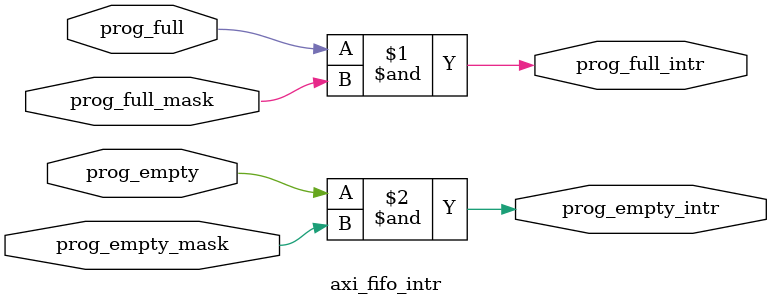
<source format=sv>
`timescale 1ns/10ps

module axi_fifo_intr #(

)(
    input wire prog_empty,prog_empty_mask,
    input wire prog_full,prog_full_mask,
    output logic prog_empty_intr,
    output logic prog_full_intr
);
    assign prog_full_intr=prog_full&prog_full_mask;
    assign prog_empty_intr=prog_empty&prog_empty_mask;
endmodule
</source>
